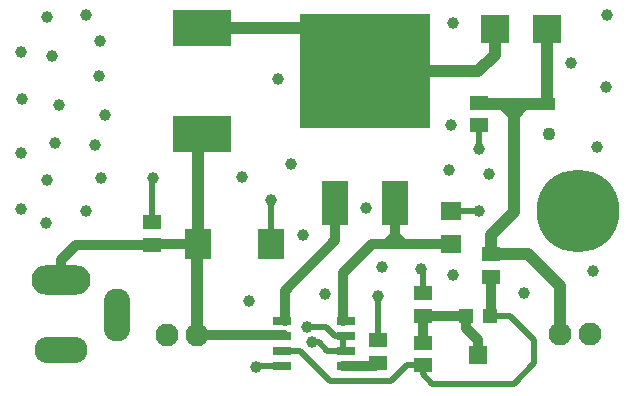
<source format=gbr>
%TF.GenerationSoftware,KiCad,Pcbnew,7.0.5-0*%
%TF.CreationDate,2023-07-07T08:59:55-04:00*%
%TF.ProjectId,PierogiNixiePSU,50696572-6f67-4694-9e69-786965505355,rev?*%
%TF.SameCoordinates,Original*%
%TF.FileFunction,Copper,L1,Top*%
%TF.FilePolarity,Positive*%
%FSLAX46Y46*%
G04 Gerber Fmt 4.6, Leading zero omitted, Abs format (unit mm)*
G04 Created by KiCad (PCBNEW 7.0.5-0) date 2023-07-07 08:59:55*
%MOMM*%
%LPD*%
G01*
G04 APERTURE LIST*
%TA.AperFunction,SMDPad,CuDef*%
%ADD10R,1.803000X1.600000*%
%TD*%
%TA.AperFunction,SMDPad,CuDef*%
%ADD11R,1.500000X1.300000*%
%TD*%
%TA.AperFunction,ComponentPad*%
%ADD12C,1.950000*%
%TD*%
%TA.AperFunction,SMDPad,CuDef*%
%ADD13R,2.320000X3.810000*%
%TD*%
%TA.AperFunction,SMDPad,CuDef*%
%ADD14R,11.000000X9.650000*%
%TD*%
%TA.AperFunction,ComponentPad*%
%ADD15C,0.800000*%
%TD*%
%TA.AperFunction,ComponentPad*%
%ADD16C,7.000000*%
%TD*%
%TA.AperFunction,SMDPad,CuDef*%
%ADD17R,4.900000X3.050000*%
%TD*%
%TA.AperFunction,SMDPad,CuDef*%
%ADD18R,1.550000X0.700000*%
%TD*%
%TA.AperFunction,SMDPad,CuDef*%
%ADD19R,2.300000X2.500000*%
%TD*%
%TA.AperFunction,ComponentPad*%
%ADD20R,1.100000X1.100000*%
%TD*%
%TA.AperFunction,ComponentPad*%
%ADD21C,1.100000*%
%TD*%
%TA.AperFunction,SMDPad,CuDef*%
%ADD22R,2.400000X2.400000*%
%TD*%
%TA.AperFunction,ComponentPad*%
%ADD23O,5.000000X2.500000*%
%TD*%
%TA.AperFunction,ComponentPad*%
%ADD24O,4.500000X2.250000*%
%TD*%
%TA.AperFunction,ComponentPad*%
%ADD25O,2.250000X4.500000*%
%TD*%
%TA.AperFunction,SMDPad,CuDef*%
%ADD26R,1.200000X1.200000*%
%TD*%
%TA.AperFunction,SMDPad,CuDef*%
%ADD27R,1.600000X1.500000*%
%TD*%
%TA.AperFunction,ViaPad*%
%ADD28C,1.000000*%
%TD*%
%TA.AperFunction,Conductor*%
%ADD29C,0.508000*%
%TD*%
%TA.AperFunction,Conductor*%
%ADD30C,0.812800*%
%TD*%
%TA.AperFunction,Conductor*%
%ADD31C,1.000000*%
%TD*%
G04 APERTURE END LIST*
D10*
%TO.P,R2,1,1*%
%TO.N,GND*%
X154500000Y-106478000D03*
%TO.P,R2,2,2*%
%TO.N,/CS*%
X154500000Y-109322000D03*
%TD*%
D11*
%TO.P,C5,1,1*%
%TO.N,Net-(C4-+)*%
X156900000Y-97350000D03*
%TO.P,C5,2,2*%
%TO.N,GND*%
X156900000Y-99250000D03*
%TD*%
D12*
%TO.P,J1,1,1*%
%TO.N,GND*%
X130430000Y-117000000D03*
%TO.P,J1,2,2*%
%TO.N,Net-(C1-+)*%
X132970000Y-117000000D03*
%TD*%
D13*
%TO.P,Q2,1,G*%
%TO.N,/EXT*%
X144720000Y-105845000D03*
D14*
%TO.P,Q2,2,D*%
%TO.N,Net-(Q2-D)*%
X147260000Y-94675000D03*
D13*
%TO.P,Q2,3,S*%
%TO.N,/CS*%
X149800000Y-105845000D03*
%TD*%
D15*
%TO.P,H1,1*%
%TO.N,N/C*%
X162600000Y-106500000D03*
X163368845Y-104643845D03*
X163368845Y-108356155D03*
X165225000Y-103875000D03*
D16*
X165225000Y-106500000D03*
D15*
X165225000Y-109125000D03*
X167081155Y-104643845D03*
X167081155Y-108356155D03*
X167850000Y-106500000D03*
%TD*%
D11*
%TO.P,C3,1,1*%
%TO.N,Net-(U1-REF)*%
X148300000Y-119350000D03*
%TO.P,C3,2,2*%
%TO.N,GND*%
X148300000Y-117450000D03*
%TD*%
D17*
%TO.P,L1,1,1*%
%TO.N,Net-(C1-+)*%
X133400000Y-100000000D03*
%TO.P,L1,2,2*%
%TO.N,Net-(Q2-D)*%
X133400000Y-91000000D03*
%TD*%
D11*
%TO.P,C2,1,1*%
%TO.N,Net-(C1-+)*%
X129200000Y-109350000D03*
%TO.P,C2,2,2*%
%TO.N,GND*%
X129200000Y-107450000D03*
%TD*%
D18*
%TO.P,U1,1,EXT*%
%TO.N,/EXT*%
X140175000Y-115795000D03*
%TO.P,U1,2,V+*%
%TO.N,Net-(C1-+)*%
X140175000Y-117065000D03*
%TO.P,U1,3,FB*%
%TO.N,/FB*%
X140175000Y-118335000D03*
%TO.P,U1,4,SHDN*%
%TO.N,GND*%
X140175000Y-119605000D03*
%TO.P,U1,5,REF*%
%TO.N,Net-(U1-REF)*%
X145625000Y-119605000D03*
%TO.P,U1,6,AGND*%
%TO.N,GND*%
X145625000Y-118335000D03*
%TO.P,U1,7,GND*%
X145625000Y-117065000D03*
%TO.P,U1,8,CS*%
%TO.N,/CS*%
X145625000Y-115795000D03*
%TD*%
D19*
%TO.P,C1,1,+*%
%TO.N,Net-(C1-+)*%
X133100000Y-109300000D03*
%TO.P,C1,2,-*%
%TO.N,GND*%
X139300000Y-109300000D03*
%TD*%
D20*
%TO.P,C4,1,+*%
%TO.N,Net-(C4-+)*%
X162800000Y-97450000D03*
D21*
%TO.P,C4,2,-*%
%TO.N,GND*%
X162800000Y-99950000D03*
%TD*%
D12*
%TO.P,J2,1,1*%
%TO.N,Net-(C4-+)*%
X163730000Y-116900000D03*
%TO.P,J2,2,2*%
%TO.N,GND*%
X166270000Y-116900000D03*
%TD*%
D11*
%TO.P,R1,1,1*%
%TO.N,/FB*%
X157900000Y-112050000D03*
%TO.P,R1,2,2*%
%TO.N,Net-(C4-+)*%
X157900000Y-110150000D03*
%TD*%
D22*
%TO.P,D1,A,A*%
%TO.N,Net-(Q2-D)*%
X158200000Y-91100000D03*
%TO.P,D1,C,C*%
%TO.N,Net-(C4-+)*%
X162600000Y-91100000D03*
%TD*%
D11*
%TO.P,R4,1,1*%
%TO.N,Net-(VR1-CW)*%
X152100000Y-117650000D03*
%TO.P,R4,2,2*%
%TO.N,/FB*%
X152100000Y-119550000D03*
%TD*%
%TO.P,R3,1,1*%
%TO.N,GND*%
X152100000Y-113450000D03*
%TO.P,R3,2,2*%
%TO.N,Net-(VR1-CW)*%
X152100000Y-115350000D03*
%TD*%
D23*
%TO.P,J3,1*%
%TO.N,Net-(C1-+)*%
X121500000Y-112300000D03*
D24*
%TO.P,J3,2*%
%TO.N,GND*%
X121500000Y-118300000D03*
D25*
%TO.P,J3,3*%
X126200000Y-115300000D03*
%TD*%
D26*
%TO.P,VR1,1,CCW*%
%TO.N,/FB*%
X157800000Y-115400000D03*
D27*
%TO.P,VR1,2,WIPER*%
%TO.N,Net-(VR1-CW)*%
X156800000Y-118650000D03*
D26*
%TO.P,VR1,3,CW*%
X155800000Y-115400000D03*
%TD*%
D28*
%TO.N,GND*%
X118100000Y-106300000D03*
X142700000Y-117600000D03*
X121300000Y-97500000D03*
X124400000Y-100900000D03*
X160700000Y-113400000D03*
X152000000Y-111400000D03*
X137400000Y-114100000D03*
X123596113Y-89890947D03*
X118200000Y-97000000D03*
X167600000Y-96000000D03*
X125200000Y-98400000D03*
X166500000Y-111600000D03*
X124900000Y-103700000D03*
X166900000Y-101100000D03*
X121000000Y-100700000D03*
X154700000Y-111900000D03*
X142000000Y-108500000D03*
X164700000Y-94000000D03*
X124700000Y-95100000D03*
X156900000Y-106500000D03*
X124800000Y-92100000D03*
X139900000Y-95300000D03*
X118100000Y-93000000D03*
X141000000Y-102500000D03*
X120300000Y-90100000D03*
X157700000Y-103400000D03*
X154300000Y-103000000D03*
X143800000Y-113500000D03*
X156900000Y-101200000D03*
X120200000Y-107500000D03*
X154500000Y-99200000D03*
X120700000Y-93400000D03*
X148700000Y-111200000D03*
X139300000Y-105600000D03*
X123600000Y-106500000D03*
X147300000Y-106200000D03*
X148300000Y-113700000D03*
X142300000Y-116300000D03*
X136800000Y-103600000D03*
X154700000Y-90600000D03*
X120300000Y-103900000D03*
X129300000Y-103700000D03*
X138000000Y-119700000D03*
X167700000Y-89900000D03*
X118100000Y-101600000D03*
%TD*%
D29*
%TO.N,GND*%
X138095000Y-119605000D02*
X138000000Y-119700000D01*
X140425000Y-119605000D02*
X138095000Y-119605000D01*
X142300000Y-116300000D02*
X143900000Y-116300000D01*
X152100000Y-111500000D02*
X152000000Y-111400000D01*
X142700000Y-117600000D02*
X143300000Y-117600000D01*
X139300000Y-109300000D02*
X139300000Y-105600000D01*
X144665000Y-117065000D02*
X145375000Y-117065000D01*
X129200000Y-107450000D02*
X129200000Y-103800000D01*
X156878000Y-106478000D02*
X154500000Y-106478000D01*
X143300000Y-117600000D02*
X144035000Y-118335000D01*
X143900000Y-116300000D02*
X144665000Y-117065000D01*
X152100000Y-113450000D02*
X152100000Y-111500000D01*
X145375000Y-118335000D02*
X145375000Y-117065000D01*
X156900000Y-106500000D02*
X156878000Y-106478000D01*
X144035000Y-118335000D02*
X145375000Y-118335000D01*
X156900000Y-99250000D02*
X156900000Y-101200000D01*
X148300000Y-113700000D02*
X148300000Y-117450000D01*
X129200000Y-103800000D02*
X129300000Y-103700000D01*
D30*
%TO.N,Net-(U1-REF)*%
X145375000Y-119605000D02*
X148045000Y-119605000D01*
X148045000Y-119605000D02*
X148300000Y-119350000D01*
%TO.N,/EXT*%
X144720000Y-108980000D02*
X140425000Y-113275000D01*
X140425000Y-113275000D02*
X140425000Y-115795000D01*
X144720000Y-105845000D02*
X144720000Y-108980000D01*
%TO.N,/CS*%
X147778000Y-109322000D02*
X145375000Y-111725000D01*
X149800000Y-108600000D02*
X149800000Y-105845000D01*
X150700000Y-109322000D02*
X150522000Y-109322000D01*
X149000000Y-109322000D02*
X149078000Y-109322000D01*
X145375000Y-111725000D02*
X145375000Y-115795000D01*
X149078000Y-109322000D02*
X149800000Y-108600000D01*
X149800000Y-109322000D02*
X149000000Y-109322000D01*
X149000000Y-109322000D02*
X147778000Y-109322000D01*
X150700000Y-109322000D02*
X149800000Y-109322000D01*
X149800000Y-109322000D02*
X149800000Y-108600000D01*
X154500000Y-109322000D02*
X150700000Y-109322000D01*
X150522000Y-109322000D02*
X149800000Y-108600000D01*
%TO.N,/FB*%
X157900000Y-112050000D02*
X157900000Y-115300000D01*
D29*
X152100000Y-120300000D02*
X152100000Y-119550000D01*
X152900000Y-121100000D02*
X152100000Y-120300000D01*
X144300000Y-120900000D02*
X149400000Y-120900000D01*
X159800000Y-121100000D02*
X152900000Y-121100000D01*
X159500000Y-115400000D02*
X161500000Y-117400000D01*
X141735000Y-118335000D02*
X144300000Y-120900000D01*
X161500000Y-119400000D02*
X159800000Y-121100000D01*
X150750000Y-119550000D02*
X152100000Y-119550000D01*
X149400000Y-120900000D02*
X150750000Y-119550000D01*
X161500000Y-117400000D02*
X161500000Y-119400000D01*
X157800000Y-115400000D02*
X159500000Y-115400000D01*
D30*
X157900000Y-115300000D02*
X157800000Y-115400000D01*
D29*
X140425000Y-118335000D02*
X141735000Y-118335000D01*
D31*
%TO.N,Net-(C1-+)*%
X133100000Y-109300000D02*
X133100000Y-100300000D01*
D30*
X132970000Y-109430000D02*
X133100000Y-109300000D01*
X121500000Y-110600000D02*
X122750000Y-109350000D01*
X133100000Y-109300000D02*
X129250000Y-109300000D01*
X133100000Y-100300000D02*
X133400000Y-100000000D01*
X132970000Y-117000000D02*
X140360000Y-117000000D01*
D31*
X132970000Y-117000000D02*
X132970000Y-109430000D01*
D30*
X122750000Y-109350000D02*
X129200000Y-109350000D01*
X129250000Y-109300000D02*
X129200000Y-109350000D01*
X121500000Y-112300000D02*
X121500000Y-110600000D01*
D31*
%TO.N,Net-(C4-+)*%
X158900000Y-97450000D02*
X158800000Y-97450000D01*
X160700000Y-97450000D02*
X159800000Y-97450000D01*
X161050000Y-110150000D02*
X163730000Y-112830000D01*
X163730000Y-112830000D02*
X163730000Y-116900000D01*
X157900000Y-110150000D02*
X161050000Y-110150000D01*
X159800000Y-98400000D02*
X159800000Y-106600000D01*
X162800000Y-97450000D02*
X160700000Y-97450000D01*
X159800000Y-97450000D02*
X158800000Y-97450000D01*
X162600000Y-91100000D02*
X162600000Y-97250000D01*
X157900000Y-108500000D02*
X157900000Y-110150000D01*
X159800000Y-98400000D02*
X159800000Y-98350000D01*
X159800000Y-106600000D02*
X157900000Y-108500000D01*
X158800000Y-97450000D02*
X157000000Y-97450000D01*
X159800000Y-98350000D02*
X158900000Y-97450000D01*
X159800000Y-98350000D02*
X160700000Y-97450000D01*
X157000000Y-97450000D02*
X156900000Y-97350000D01*
X159800000Y-97450000D02*
X159800000Y-98400000D01*
X162600000Y-97250000D02*
X162800000Y-97450000D01*
D30*
%TO.N,Net-(VR1-CW)*%
X155800000Y-116400000D02*
X155800000Y-115400000D01*
X156800000Y-117400000D02*
X155800000Y-116400000D01*
X155800000Y-115400000D02*
X152150000Y-115400000D01*
X156800000Y-118650000D02*
X156800000Y-117400000D01*
X152100000Y-115350000D02*
X152100000Y-117650000D01*
X152150000Y-115400000D02*
X152100000Y-115350000D01*
D31*
%TO.N,Net-(Q2-D)*%
X147260000Y-94675000D02*
X156825000Y-94675000D01*
D30*
X143585000Y-91000000D02*
X147260000Y-94675000D01*
D31*
X156825000Y-94675000D02*
X158200000Y-93300000D01*
X158200000Y-93300000D02*
X158200000Y-91100000D01*
X133400000Y-91000000D02*
X143585000Y-91000000D01*
%TD*%
M02*

</source>
